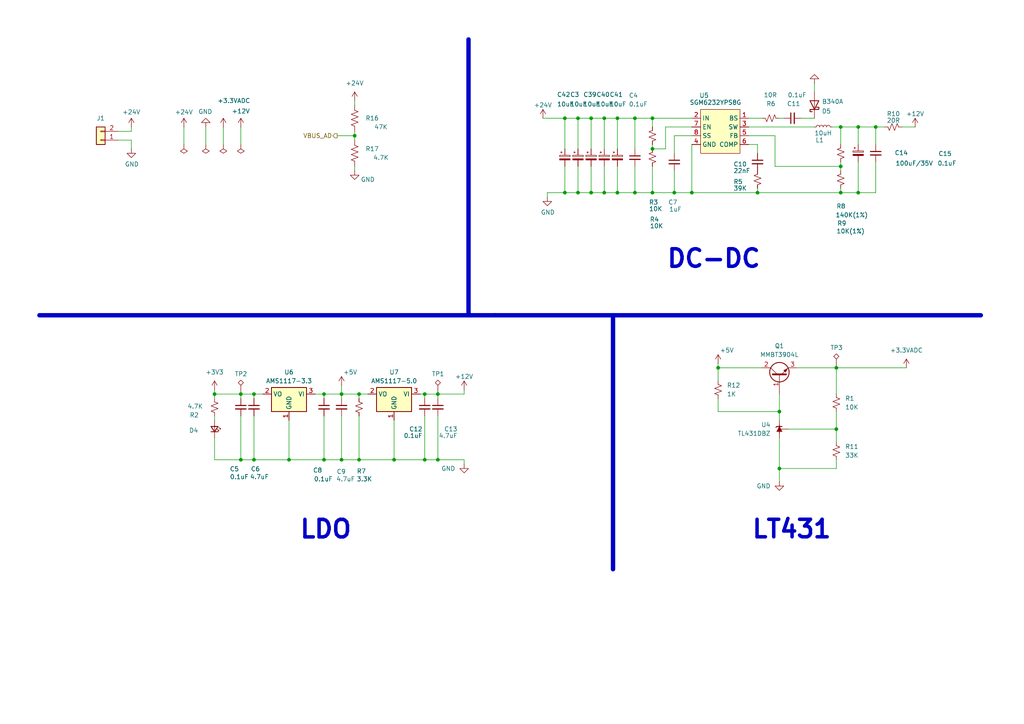
<source format=kicad_sch>
(kicad_sch (version 20231120) (generator "eeschema") (generator_version "8.0")
  (paper "A4")
  (lib_symbols
    (symbol "+12V_1" (power) (pin_numbers hide) (pin_names (offset 0) hide)
      (property "Value" "+12V" (at 0 3.556 0))
      (symbol "+12V_1_0_1"
        (polyline (pts (xy -0.762 1.27) (xy 0 2.54)))
        (polyline (pts (xy 0 0) (xy 0 2.54)))
        (polyline (pts (xy 0 2.54) (xy 0.762 1.27)))
      )
      (symbol "+12V_1_1_1"
        (pin power_in line (at 0 0 90) (length 0) (name "~") (number "1"))
      )
    )
    (symbol "+24V_1" (power) (pin_numbers hide) (pin_names (offset 0) hide)
      (property "Value" "+24V" (at 0 3.556 0))
      (symbol "+24V_1_0_1"
        (polyline (pts (xy -0.762 1.27) (xy 0 2.54)))
        (polyline (pts (xy 0 0) (xy 0 2.54)))
        (polyline (pts (xy 0 2.54) (xy 0.762 1.27)))
      )
      (symbol "+24V_1_1_1"
        (pin power_in line (at 0 0 90) (length 0) (name "~") (number "1"))
      )
    )
    (symbol "+24V_2" (power) (pin_numbers hide) (pin_names (offset 0) hide)
      (property "Value" "+24V" (at 0 3.556 0))
      (symbol "+24V_2_0_1"
        (polyline (pts (xy -0.762 1.27) (xy 0 2.54)))
        (polyline (pts (xy 0 0) (xy 0 2.54)))
        (polyline (pts (xy 0 2.54) (xy 0.762 1.27)))
      )
      (symbol "+24V_2_1_1"
        (pin power_in line (at 0 0 90) (length 0) (name "~") (number "1"))
      )
    )
    (symbol "+5V_1" (power) (pin_numbers hide) (pin_names (offset 0) hide)
      (property "Value" "+5V" (at 0 3.556 0))
      (symbol "+5V_1_0_1"
        (polyline (pts (xy -0.762 1.27) (xy 0 2.54)))
        (polyline (pts (xy 0 0) (xy 0 2.54)))
        (polyline (pts (xy 0 2.54) (xy 0.762 1.27)))
      )
      (symbol "+5V_1_1_1"
        (pin power_in line (at 0 0 90) (length 0) (name "~") (number "1"))
      )
    )
    (symbol "Connector:TestPoint_Alt" (pin_numbers hide) (pin_names (offset 0.762) hide)
      (property "Reference" "TP" (at 0 6.858 0))
      (property "Value" "TestPoint_Alt" (at 0 5.08 0))
      (symbol "TestPoint_Alt_0_1"
        (polyline (pts (xy 0 2.54) (xy -0.762 3.302) (xy 0 4.064) (xy 0.762 3.302) (xy 0 2.54)))
      )
      (symbol "TestPoint_Alt_1_1"
        (pin passive line (at 0 0 90) (length 2.54) (name "1") (number "1"))
      )
    )
    (symbol "Connector_Generic:Conn_01x02" (pin_names (offset 1.016) hide)
      (property "Reference" "J" (at 0 2.54 0))
      (property "Value" "Conn_01x02" (at 0 -5.08 0))
      (symbol "Conn_01x02_1_1"
        (rectangle (start -1.27 -2.413) (end 0 -2.667) (stroke (width 0.1524)))
        (rectangle (start -1.27 0.127) (end 0 -0.127) (stroke (width 0.1524)))
        (rectangle (start -1.27 1.27) (end 1.27 -3.81) (stroke (width 0.254)) (fill (type background)))
        (pin passive line (at -5.08 0 0) (length 3.81) (name "Pin_1") (number "1"))
        (pin passive line (at -5.08 -2.54 0) (length 3.81) (name "Pin_2") (number "2"))
      )
    )
    (symbol "Device:C_Polarized_Small" (pin_numbers hide) (pin_names (offset 0.254) hide)
      (property "Reference" "C" (at 0.254 1.778 0))
      (property "Value" "C_Polarized_Small" (at 0.254 -2.032 0))
      (symbol "C_Polarized_Small_0_1"
        (rectangle (start -1.524 -0.3048) (end 1.524 -0.6858) (fill (type outline)))
        (rectangle (start -1.524 0.6858) (end 1.524 0.3048))
        (polyline (pts (xy -1.27 1.524) (xy -0.762 1.524)))
        (polyline (pts (xy -1.016 1.27) (xy -1.016 1.778)))
      )
      (symbol "C_Polarized_Small_1_1"
        (pin passive line (at 0 2.54 270) (length 1.8542) (name "~") (number "1"))
        (pin passive line (at 0 -2.54 90) (length 1.8542) (name "~") (number "2"))
      )
    )
    (symbol "Device:C_Small" (pin_numbers hide) (pin_names (offset 0.254) hide)
      (property "Reference" "C" (at 0.254 1.778 0))
      (property "Value" "C_Small" (at 0.254 -2.032 0))
      (symbol "C_Small_0_1"
        (polyline (pts (xy -1.524 -0.508) (xy 1.524 -0.508)) (stroke (width 0.3302)))
        (polyline (pts (xy -1.524 0.508) (xy 1.524 0.508)) (stroke (width 0.3048)))
      )
      (symbol "C_Small_1_1"
        (pin passive line (at 0 2.54 270) (length 2.032) (name "~") (number "1"))
        (pin passive line (at 0 -2.54 90) (length 2.032) (name "~") (number "2"))
      )
    )
    (symbol "Device:LED_Small" (pin_numbers hide) (pin_names (offset 0.254) hide)
      (property "Reference" "D" (at -1.27 3.175 0))
      (property "Value" "LED_Small" (at -4.445 -2.54 0))
      (symbol "LED_Small_0_1"
        (polyline (pts (xy -0.762 -1.016) (xy -0.762 1.016)) (stroke (width 0.254)))
        (polyline (pts (xy 1.016 0) (xy -0.762 0)))
        (polyline (pts (xy 0.762 -1.016) (xy -0.762 0) (xy 0.762 1.016) (xy 0.762 -1.016)) (stroke (width 0.254)))
        (polyline (pts (xy 0 0.762) (xy -0.508 1.27) (xy -0.254 1.27) (xy -0.508 1.27) (xy -0.508 1.016)))
        (polyline (pts (xy 0.508 1.27) (xy 0 1.778) (xy 0.254 1.778) (xy 0 1.778) (xy 0 1.524)))
      )
      (symbol "LED_Small_1_1"
        (pin passive line (at -2.54 0 0) (length 1.778) (name "K") (number "1"))
        (pin passive line (at 2.54 0 180) (length 1.778) (name "A") (number "2"))
      )
    )
    (symbol "Device:L_Small" (pin_numbers hide) (pin_names (offset 0.254) hide)
      (property "Reference" "L" (at 0.762 1.016 0))
      (property "Value" "L_Small" (at 0.762 -1.016 0))
      (symbol "L_Small_0_1"
        (arc (start 0 -2.032) (mid 0.5058 -1.524) (end 0 -1.016))
        (arc (start 0 -1.016) (mid 0.5058 -0.508) (end 0 0))
        (arc (start 0 0) (mid 0.5058 0.508) (end 0 1.016))
        (arc (start 0 1.016) (mid 0.5058 1.524) (end 0 2.032))
      )
      (symbol "L_Small_1_1"
        (pin passive line (at 0 2.54 270) (length 0.508) (name "~") (number "1"))
        (pin passive line (at 0 -2.54 90) (length 0.508) (name "~") (number "2"))
      )
    )
    (symbol "Device:Q_NPN_BCE" (pin_names (offset 0) hide)
      (property "Reference" "Q" (at 5.08 1.27 0))
      (property "Value" "Q_NPN_BCE" (at 5.08 -1.27 0))
      (symbol "Q_NPN_BCE_0_1"
        (polyline (pts (xy 0.635 0.635) (xy 2.54 2.54)))
        (polyline (pts (xy 0.635 -0.635) (xy 2.54 -2.54) (xy 2.54 -2.54)))
        (polyline (pts (xy 0.635 1.905) (xy 0.635 -1.905) (xy 0.635 -1.905)) (stroke (width 0.508)))
        (polyline (pts (xy 1.27 -1.778) (xy 1.778 -1.27) (xy 2.286 -2.286) (xy 1.27 -1.778) (xy 1.27 -1.778)) (fill (type outline)))
        (circle (center 1.27 0) (radius 2.8194) (stroke (width 0.254)))
      )
      (symbol "Q_NPN_BCE_1_1"
        (pin input line (at -5.08 0 0) (length 5.715) (name "B") (number "1"))
        (pin passive line (at 2.54 5.08 270) (length 2.54) (name "C") (number "2"))
        (pin passive line (at 2.54 -5.08 90) (length 2.54) (name "E") (number "3"))
      )
    )
    (symbol "Device:R_Small_US" (pin_numbers hide) (pin_names (offset 0.254) hide)
      (property "Reference" "R" (at 0.762 0.508 0))
      (property "Value" "R_Small_US" (at 0.762 -1.016 0))
      (symbol "R_Small_US_1_1"
        (polyline (pts (xy 0 0) (xy 1.016 -0.381) (xy 0 -0.762) (xy -1.016 -1.143) (xy 0 -1.524)))
        (polyline (pts (xy 0 1.524) (xy 1.016 1.143) (xy 0 0.762) (xy -1.016 0.381) (xy 0 0)))
        (pin passive line (at 0 2.54 270) (length 1.016) (name "~") (number "1"))
        (pin passive line (at 0 -2.54 90) (length 1.016) (name "~") (number "2"))
      )
    )
    (symbol "Device:R_US" (pin_numbers hide) (pin_names (offset 0))
      (property "Reference" "R" (at 2.54 0 90))
      (property "Value" "R_US" (at -2.54 0 90))
      (symbol "R_US_0_1"
        (polyline (pts (xy 0 -2.286) (xy 0 -2.54)))
        (polyline (pts (xy 0 2.286) (xy 0 2.54)))
        (polyline (pts (xy 0 -0.762) (xy 1.016 -1.143) (xy 0 -1.524) (xy -1.016 -1.905) (xy 0 -2.286)))
        (polyline (pts (xy 0 0.762) (xy 1.016 0.381) (xy 0 0) (xy -1.016 -0.381) (xy 0 -0.762)))
        (polyline (pts (xy 0 2.286) (xy 1.016 1.905) (xy 0 1.524) (xy -1.016 1.143) (xy 0 0.762)))
      )
      (symbol "R_US_1_1"
        (pin passive line (at 0 3.81 270) (length 1.27) (name "~") (number "1"))
        (pin passive line (at 0 -3.81 90) (length 1.27) (name "~") (number "2"))
      )
    )
    (symbol "Diode:1N6857" (pin_numbers hide) (pin_names (offset 1.016) hide)
      (property "Reference" "D" (at 0 2.54 0))
      (property "Value" "1N6857" (at 0 -2.54 0))
      (symbol "1N6857_0_1"
        (polyline (pts (xy 1.27 0) (xy -1.27 0)))
        (polyline (pts (xy 1.27 1.27) (xy 1.27 -1.27) (xy -1.27 0) (xy 1.27 1.27)) (stroke (width 0.254)))
        (polyline (pts (xy -1.905 0.635) (xy -1.905 1.27) (xy -1.27 1.27) (xy -1.27 -1.27) (xy -0.635 -1.27) (xy -0.635 -0.635)) (stroke (width 0.254)))
      )
      (symbol "1N6857_1_1"
        (pin passive line (at -3.81 0 0) (length 2.54) (name "K") (number "1"))
        (pin passive line (at 3.81 0 180) (length 2.54) (name "A") (number "2"))
      )
    )
    (symbol "GND_1" (power) (pin_numbers hide) (pin_names (offset 0) hide)
      (property "Value" "GND" (at 0 -3.81 0))
      (symbol "GND_1_0_1"
        (polyline (pts (xy 0 0) (xy 0 -1.27) (xy 1.27 -1.27) (xy 0 -2.54) (xy -1.27 -1.27) (xy 0 -1.27)))
      )
      (symbol "GND_1_1_1"
        (pin power_in line (at 0 0 270) (length 0) (name "~") (number "1"))
      )
    )
    (symbol "GND_2" (power) (pin_numbers hide) (pin_names (offset 0) hide)
      (property "Value" "GND" (at 0 -3.81 0))
      (symbol "GND_2_0_1"
        (polyline (pts (xy 0 0) (xy 0 -1.27) (xy 1.27 -1.27) (xy 0 -2.54) (xy -1.27 -1.27) (xy 0 -1.27)))
      )
      (symbol "GND_2_1_1"
        (pin power_in line (at 0 0 270) (length 0) (name "~") (number "1"))
      )
    )
    (symbol "GND_3" (power) (pin_numbers hide) (pin_names (offset 0) hide)
      (property "Value" "GND" (at 0 -3.81 0))
      (symbol "GND_3_0_1"
        (polyline (pts (xy 0 0) (xy 0 -1.27) (xy 1.27 -1.27) (xy 0 -2.54) (xy -1.27 -1.27) (xy 0 -1.27)))
      )
      (symbol "GND_3_1_1"
        (pin power_in line (at 0 0 270) (length 0) (name "~") (number "1"))
      )
    )
    (symbol "GND_4" (power) (pin_numbers hide) (pin_names (offset 0) hide)
      (property "Value" "GND" (at 0 -3.81 0))
      (symbol "GND_4_0_1"
        (polyline (pts (xy 0 0) (xy 0 -1.27) (xy 1.27 -1.27) (xy 0 -2.54) (xy -1.27 -1.27) (xy 0 -1.27)))
      )
      (symbol "GND_4_1_1"
        (pin power_in line (at 0 0 270) (length 0) (name "~") (number "1"))
      )
    )
    (symbol "GND_5" (power) (pin_numbers hide) (pin_names (offset 0) hide)
      (property "Value" "GND" (at 0 -3.81 0))
      (symbol "GND_5_0_1"
        (polyline (pts (xy 0 0) (xy 0 -1.27) (xy 1.27 -1.27) (xy 0 -2.54) (xy -1.27 -1.27) (xy 0 -1.27)))
      )
      (symbol "GND_5_1_1"
        (pin power_in line (at 0 0 270) (length 0) (name "~") (number "1"))
      )
    )
    (symbol "Reference_Voltage:TL431DBZ" (pin_numbers hide) (pin_names hide)
      (property "Reference" "U" (at -2.54 2.54 0))
      (property "Value" "TL431DBZ" (at 0 -2.54 0))
      (symbol "TL431DBZ_0_1"
        (polyline (pts (xy -1.27 0) (xy 0 0) (xy 1.27 0)))
        (polyline (pts (xy -0.762 0.762) (xy 0.762 0) (xy -0.762 -0.762)) (fill (type outline)))
        (polyline (pts (xy 0.508 -1.016) (xy 0.762 -0.762) (xy 0.762 0.762) (xy 0.762 0.762)) (stroke (width 0.254)))
      )
      (symbol "TL431DBZ_1_1"
        (pin passive line (at 2.54 0 180) (length 2.54) (name "K") (number "1"))
        (pin passive line (at 0 2.54 270) (length 2.54) (name "REF") (number "2"))
        (pin passive line (at -2.54 0 0) (length 2.54) (name "A") (number "3"))
      )
    )
    (symbol "Regulator_Linear:AMS1117-3.3"
      (property "Reference" "U" (at -3.81 3.175 0))
      (property "Value" "AMS1117-3.3" (at 0 3.175 0))
      (symbol "AMS1117-3.3_0_1"
        (rectangle (start -5.08 -5.08) (end 5.08 1.905) (stroke (width 0.254)) (fill (type background)))
      )
      (symbol "AMS1117-3.3_1_1"
        (pin power_in line (at 0 -7.62 90) (length 2.54) (name "GND") (number "1"))
        (pin power_out line (at 7.62 0 180) (length 2.54) (name "VO") (number "2"))
        (pin power_in line (at -7.62 0 0) (length 2.54) (name "VI") (number "3"))
      )
    )
    (symbol "Regulator_Linear:AMS1117-5.0"
      (property "Reference" "U" (at -3.81 3.175 0))
      (property "Value" "AMS1117-5.0" (at 0 3.175 0))
      (symbol "AMS1117-5.0_0_1"
        (rectangle (start -5.08 -5.08) (end 5.08 1.905) (stroke (width 0.254)) (fill (type background)))
      )
      (symbol "AMS1117-5.0_1_1"
        (pin power_in line (at 0 -7.62 90) (length 2.54) (name "GND") (number "1"))
        (pin power_out line (at 7.62 0 180) (length 2.54) (name "VO") (number "2"))
        (pin power_in line (at -7.62 0 0) (length 2.54) (name "VI") (number "3"))
      )
    )
    (symbol "User_Power:SGM6232"
      (property "Reference" "U" (at 1.27 1.524 0))
      (symbol "SGM6232_1_1"
        (rectangle (start 0 0) (end 11.43 -12.7) (fill (type background)))
        (pin input line (at 13.97 -2.54 180) (length 2.54) (name "BS") (number "1"))
        (pin input line (at -2.54 -2.54 0) (length 2.54) (name "IN") (number "2"))
        (pin input line (at 13.97 -5.08 180) (length 2.54) (name "SW") (number "3"))
        (pin input line (at -2.54 -10.16 0) (length 2.54) (name "GND") (number "4"))
        (pin input line (at 13.97 -7.62 180) (length 2.54) (name "FB") (number "5"))
        (pin input line (at 13.97 -10.16 180) (length 2.54) (name "COMP") (number "6"))
        (pin input line (at -2.54 -5.08 0) (length 2.54) (name "EN") (number "7"))
        (pin input line (at -2.54 -7.62 0) (length 2.54) (name "SS") (number "8"))
      )
    )
    (symbol "power:+12V" (power) (pin_numbers hide) (pin_names (offset 0) hide)
      (property "Value" "+12V" (at 0 3.556 0))
      (symbol "+12V_0_1"
        (polyline (pts (xy -0.762 1.27) (xy 0 2.54)))
        (polyline (pts (xy 0 0) (xy 0 2.54)))
        (polyline (pts (xy 0 2.54) (xy 0.762 1.27)))
      )
      (symbol "+12V_1_1"
        (pin power_in line (at 0 0 90) (length 0) (name "~") (number "1"))
      )
    )
    (symbol "power:+24V" (power) (pin_numbers hide) (pin_names (offset 0) hide)
      (property "Value" "+24V" (at 0 3.556 0))
      (symbol "+24V_0_1"
        (polyline (pts (xy -0.762 1.27) (xy 0 2.54)))
        (polyline (pts (xy 0 0) (xy 0 2.54)))
        (polyline (pts (xy 0 2.54) (xy 0.762 1.27)))
      )
      (symbol "+24V_1_1"
        (pin power_in line (at 0 0 90) (length 0) (name "~") (number "1"))
      )
    )
    (symbol "power:+3.3V" (power) (pin_numbers hide) (pin_names (offset 0) hide)
      (property "Value" "+3.3V" (at 0 3.556 0))
      (symbol "+3.3V_0_1"
        (polyline (pts (xy -0.762 1.27) (xy 0 2.54)))
        (polyline (pts (xy 0 0) (xy 0 2.54)))
        (polyline (pts (xy 0 2.54) (xy 0.762 1.27)))
      )
      (symbol "+3.3V_1_1"
        (pin power_in line (at 0 0 90) (length 0) (name "~") (number "1"))
      )
    )
    (symbol "power:+3.3VADC" (power) (pin_numbers hide) (pin_names (offset 0) hide)
      (property "Value" "+3.3VADC" (at 0 3.556 0))
      (symbol "+3.3VADC_0_0"
        (pin power_in line (at 0 0 90) (length 0) (name "~") (number "1"))
      )
      (symbol "+3.3VADC_0_1"
        (polyline (pts (xy -0.762 1.27) (xy 0 2.54)))
        (polyline (pts (xy 0 0) (xy 0 2.54)))
        (polyline (pts (xy 0 2.54) (xy 0.762 1.27)))
      )
    )
    (symbol "power:+5V" (power) (pin_numbers hide) (pin_names (offset 0) hide)
      (property "Value" "+5V" (at 0 3.556 0))
      (symbol "+5V_0_1"
        (polyline (pts (xy -0.762 1.27) (xy 0 2.54)))
        (polyline (pts (xy 0 0) (xy 0 2.54)))
        (polyline (pts (xy 0 2.54) (xy 0.762 1.27)))
      )
      (symbol "+5V_1_1"
        (pin power_in line (at 0 0 90) (length 0) (name "~") (number "1"))
      )
    )
    (symbol "power:GND" (power) (pin_numbers hide) (pin_names (offset 0) hide)
      (property "Value" "GND" (at 0 -3.81 0))
      (symbol "GND_0_1"
        (polyline (pts (xy 0 0) (xy 0 -1.27) (xy 1.27 -1.27) (xy 0 -2.54) (xy -1.27 -1.27) (xy 0 -1.27)))
      )
      (symbol "GND_1_1"
        (pin power_in line (at 0 0 270) (length 0) (name "~") (number "1"))
      )
    )
    (symbol "power:PWR_FLAG" (power) (pin_numbers hide) (pin_names (offset 0) hide)
      (property "Value" "PWR_FLAG" (at 0 3.81 0))
      (symbol "PWR_FLAG_0_0"
        (pin power_out line (at 0 0 90) (length 0) (name "~") (number "1"))
      )
      (symbol "PWR_FLAG_0_1"
        (polyline (pts (xy 0 0) (xy 0 1.27) (xy -1.016 1.905) (xy 0 2.54) (xy 1.016 1.905) (xy 0 1.27)))
      )
    )
  )
  (junction (at 104.14 114.3))
  (junction (at 83.82 133.35))
  (junction (at 189.23 43.18))
  (junction (at 242.57 124.46))
  (junction (at 243.84 48.26))
  (junction (at 167.64 34.29))
  (junction (at 243.84 55.88))
  (junction (at 99.06 114.3))
  (junction (at 69.85 114.3))
  (junction (at 248.92 36.83))
  (junction (at 73.66 133.35))
  (junction (at 226.06 119.38))
  (junction (at 127 133.35))
  (junction (at 208.28 106.68))
  (junction (at 179.07 55.88))
  (junction (at 189.23 34.29))
  (junction (at 171.45 55.88))
  (junction (at 99.06 133.35))
  (junction (at 69.85 133.35))
  (junction (at 163.83 34.29))
  (junction (at 243.84 36.83))
  (junction (at 200.66 55.88))
  (junction (at 93.98 114.3))
  (junction (at 114.3 133.35))
  (junction (at 184.15 34.29))
  (junction (at 102.87 39.37))
  (junction (at 123.19 114.3))
  (junction (at 93.98 133.35))
  (junction (at 127 114.3))
  (junction (at 175.26 34.29))
  (junction (at 184.15 55.88))
  (junction (at 219.71 55.88))
  (junction (at 179.07 34.29))
  (junction (at 242.57 106.68))
  (junction (at 73.66 114.3))
  (junction (at 175.26 55.88))
  (junction (at 123.19 133.35))
  (junction (at 171.45 34.29))
  (junction (at 62.23 114.3))
  (junction (at 189.23 55.88))
  (junction (at 248.92 55.88))
  (junction (at 226.06 135.89))
  (junction (at 104.14 133.35))
  (junction (at 163.83 55.88))
  (junction (at 195.58 55.88))
  (junction (at 167.64 55.88))
  (junction (at 254 36.83))
  (wire (pts (xy 254 46.99) (xy 254 55.88)))
  (wire (pts (xy 228.6 124.46) (xy 242.57 124.46)))
  (wire (pts (xy 73.66 114.3) (xy 73.66 115.57)))
  (wire (pts (xy 224.79 48.26) (xy 243.84 48.26)))
  (wire (pts (xy 83.82 121.92) (xy 83.82 133.35)))
  (wire (pts (xy 193.04 36.83) (xy 200.66 36.83)))
  (wire (pts (xy 208.28 106.68) (xy 208.28 110.49)))
  (wire (pts (xy 217.17 34.29) (xy 220.98 34.29)))
  (wire (pts (xy 175.26 34.29) (xy 175.26 43.18)))
  (wire (pts (xy 93.98 114.3) (xy 93.98 115.57)))
  (wire (pts (xy 102.87 39.37) (xy 102.87 40.64)))
  (wire (pts (xy 254 36.83) (xy 256.54 36.83)))
  (wire (pts (xy 59.69 36.83) (xy 59.69 41.91)))
  (wire (pts (xy 62.23 113.03) (xy 62.23 114.3)))
  (wire (pts (xy 243.84 55.88) (xy 248.92 55.88)))
  (wire (pts (xy 64.77 36.83) (xy 64.77 41.91)))
  (wire (pts (xy 69.85 36.83) (xy 69.85 41.91)))
  (wire (pts (xy 99.06 114.3) (xy 99.06 115.57)))
  (wire (pts (xy 224.79 39.37) (xy 224.79 48.26)))
  (polyline (pts (xy 143.51 91.44) (xy 284.48 91.44)) (stroke (width 1.27)))
  (wire (pts (xy 167.64 48.26) (xy 167.64 55.88)))
  (wire (pts (xy 184.15 48.26) (xy 184.15 55.88)))
  (wire (pts (xy 254 36.83) (xy 254 41.91)))
  (wire (pts (xy 243.84 36.83) (xy 248.92 36.83)))
  (wire (pts (xy 62.23 133.35) (xy 62.23 127)))
  (wire (pts (xy 226.06 114.3) (xy 226.06 119.38)))
  (wire (pts (xy 232.41 34.29) (xy 236.22 34.29)))
  (wire (pts (xy 34.29 38.1) (xy 38.1 38.1)))
  (wire (pts (xy 179.07 48.26) (xy 179.07 55.88)))
  (wire (pts (xy 248.92 36.83) (xy 248.92 41.91)))
  (wire (pts (xy 243.84 46.99) (xy 243.84 48.26)))
  (wire (pts (xy 104.14 114.3) (xy 106.68 114.3)))
  (wire (pts (xy 53.34 36.83) (xy 53.34 41.91)))
  (polyline (pts (xy 177.8 91.44) (xy 177.8 165.1)) (stroke (width 1.27)))
  (wire (pts (xy 69.85 114.3) (xy 73.66 114.3)))
  (wire (pts (xy 184.15 55.88) (xy 189.23 55.88)))
  (wire (pts (xy 73.66 120.65) (xy 73.66 133.35)))
  (wire (pts (xy 93.98 133.35) (xy 99.06 133.35)))
  (wire (pts (xy 200.66 41.91) (xy 200.66 55.88)))
  (wire (pts (xy 102.87 38.1) (xy 102.87 39.37)))
  (wire (pts (xy 104.14 133.35) (xy 114.3 133.35)))
  (wire (pts (xy 127 114.3) (xy 134.62 114.3)))
  (wire (pts (xy 158.75 55.88) (xy 163.83 55.88)))
  (wire (pts (xy 208.28 115.57) (xy 208.28 119.38)))
  (wire (pts (xy 134.62 113.03) (xy 134.62 114.3)))
  (wire (pts (xy 62.23 120.65) (xy 62.23 121.92)))
  (wire (pts (xy 189.23 34.29) (xy 189.23 36.83)))
  (wire (pts (xy 195.58 39.37) (xy 195.58 44.45)))
  (wire (pts (xy 127 120.65) (xy 127 133.35)))
  (wire (pts (xy 83.82 133.35) (xy 93.98 133.35)))
  (wire (pts (xy 134.62 133.35) (xy 134.62 134.62)))
  (wire (pts (xy 91.44 114.3) (xy 93.98 114.3)))
  (wire (pts (xy 195.58 49.53) (xy 195.58 55.88)))
  (wire (pts (xy 62.23 114.3) (xy 62.23 115.57)))
  (wire (pts (xy 243.84 48.26) (xy 243.84 49.53)))
  (wire (pts (xy 69.85 114.3) (xy 69.85 115.57)))
  (wire (pts (xy 34.29 40.64) (xy 38.1 40.64)))
  (wire (pts (xy 231.14 106.68) (xy 242.57 106.68)))
  (wire (pts (xy 163.83 48.26) (xy 163.83 55.88)))
  (wire (pts (xy 219.71 54.61) (xy 219.71 55.88)))
  (wire (pts (xy 127 114.3) (xy 127 115.57)))
  (wire (pts (xy 226.06 34.29) (xy 227.33 34.29)))
  (wire (pts (xy 69.85 120.65) (xy 69.85 133.35)))
  (wire (pts (xy 171.45 55.88) (xy 175.26 55.88)))
  (wire (pts (xy 167.64 55.88) (xy 171.45 55.88)))
  (wire (pts (xy 217.17 41.91) (xy 219.71 41.91)))
  (wire (pts (xy 236.22 24.13) (xy 236.22 26.67)))
  (wire (pts (xy 208.28 105.41) (xy 208.28 106.68)))
  (wire (pts (xy 242.57 133.35) (xy 242.57 135.89)))
  (wire (pts (xy 175.26 34.29) (xy 179.07 34.29)))
  (wire (pts (xy 189.23 41.91) (xy 189.23 43.18)))
  (wire (pts (xy 157.48 34.29) (xy 163.83 34.29)))
  (wire (pts (xy 242.57 124.46) (xy 242.57 128.27)))
  (wire (pts (xy 163.83 34.29) (xy 167.64 34.29)))
  (wire (pts (xy 99.06 111.76) (xy 99.06 114.3)))
  (wire (pts (xy 167.64 34.29) (xy 171.45 34.29)))
  (wire (pts (xy 248.92 55.88) (xy 254 55.88)))
  (wire (pts (xy 261.62 36.83) (xy 265.43 36.83)))
  (wire (pts (xy 62.23 133.35) (xy 69.85 133.35)))
  (polyline (pts (xy 11.43 91.44) (xy 143.51 91.44)) (stroke (width 1.27)))
  (wire (pts (xy 134.62 133.35) (xy 127 133.35)))
  (wire (pts (xy 175.26 55.88) (xy 179.07 55.88)))
  (wire (pts (xy 93.98 120.65) (xy 93.98 133.35)))
  (wire (pts (xy 200.66 55.88) (xy 219.71 55.88)))
  (wire (pts (xy 99.06 133.35) (xy 104.14 133.35)))
  (wire (pts (xy 73.66 114.3) (xy 76.2 114.3)))
  (wire (pts (xy 93.98 114.3) (xy 99.06 114.3)))
  (wire (pts (xy 104.14 114.3) (xy 104.14 115.57)))
  (wire (pts (xy 242.57 119.38) (xy 242.57 124.46)))
  (wire (pts (xy 208.28 106.68) (xy 220.98 106.68)))
  (wire (pts (xy 219.71 41.91) (xy 219.71 44.45)))
  (wire (pts (xy 226.06 119.38) (xy 226.06 121.92)))
  (wire (pts (xy 163.83 34.29) (xy 163.83 43.18)))
  (wire (pts (xy 123.19 114.3) (xy 127 114.3)))
  (wire (pts (xy 69.85 133.35) (xy 73.66 133.35)))
  (wire (pts (xy 248.92 46.99) (xy 248.92 55.88)))
  (wire (pts (xy 175.26 48.26) (xy 175.26 55.88)))
  (wire (pts (xy 195.58 55.88) (xy 200.66 55.88)))
  (wire (pts (xy 171.45 48.26) (xy 171.45 55.88)))
  (wire (pts (xy 123.19 120.65) (xy 123.19 133.35)))
  (wire (pts (xy 242.57 106.68) (xy 242.57 114.3)))
  (wire (pts (xy 189.23 55.88) (xy 195.58 55.88)))
  (wire (pts (xy 102.87 29.21) (xy 102.87 30.48)))
  (wire (pts (xy 102.87 48.26) (xy 102.87 49.53)))
  (wire (pts (xy 38.1 36.83) (xy 38.1 38.1)))
  (wire (pts (xy 217.17 36.83) (xy 236.22 36.83)))
  (wire (pts (xy 163.83 55.88) (xy 167.64 55.88)))
  (wire (pts (xy 121.92 114.3) (xy 123.19 114.3)))
  (wire (pts (xy 99.06 114.3) (xy 104.14 114.3)))
  (wire (pts (xy 158.75 55.88) (xy 158.75 57.15)))
  (wire (pts (xy 99.06 120.65) (xy 99.06 133.35)))
  (polyline (pts (xy 135.89 11.43) (xy 135.89 91.44)) (stroke (width 1.27)))
  (wire (pts (xy 219.71 55.88) (xy 243.84 55.88)))
  (wire (pts (xy 127 133.35) (xy 123.19 133.35)))
  (wire (pts (xy 217.17 39.37) (xy 224.79 39.37)))
  (wire (pts (xy 167.64 34.29) (xy 167.64 43.18)))
  (wire (pts (xy 248.92 36.83) (xy 254 36.83)))
  (wire (pts (xy 184.15 34.29) (xy 184.15 43.18)))
  (wire (pts (xy 243.84 36.83) (xy 243.84 41.91)))
  (wire (pts (xy 171.45 34.29) (xy 175.26 34.29)))
  (wire (pts (xy 189.23 48.26) (xy 189.23 55.88)))
  (wire (pts (xy 171.45 34.29) (xy 171.45 43.18)))
  (wire (pts (xy 184.15 34.29) (xy 189.23 34.29)))
  (wire (pts (xy 104.14 120.65) (xy 104.14 133.35)))
  (wire (pts (xy 179.07 34.29) (xy 179.07 43.18)))
  (wire (pts (xy 243.84 54.61) (xy 243.84 55.88)))
  (wire (pts (xy 83.82 133.35) (xy 73.66 133.35)))
  (wire (pts (xy 69.85 114.3) (xy 62.23 114.3)))
  (wire (pts (xy 200.66 39.37) (xy 195.58 39.37)))
  (wire (pts (xy 179.07 55.88) (xy 184.15 55.88)))
  (wire (pts (xy 242.57 106.68) (xy 262.89 106.68)))
  (wire (pts (xy 114.3 121.92) (xy 114.3 133.35)))
  (wire (pts (xy 114.3 133.35) (xy 123.19 133.35)))
  (wire (pts (xy 193.04 43.18) (xy 193.04 36.83)))
  (wire (pts (xy 241.3 36.83) (xy 243.84 36.83)))
  (wire (pts (xy 189.23 43.18) (xy 193.04 43.18)))
  (wire (pts (xy 123.19 114.3) (xy 123.19 115.57)))
  (wire (pts (xy 97.79 39.37) (xy 102.87 39.37)))
  (wire (pts (xy 208.28 119.38) (xy 226.06 119.38)))
  (wire (pts (xy 226.06 127) (xy 226.06 135.89)))
  (wire (pts (xy 242.57 135.89) (xy 226.06 135.89)))
  (wire (pts (xy 38.1 40.64) (xy 38.1 43.18)))
  (wire (pts (xy 179.07 34.29) (xy 184.15 34.29)))
  (wire (pts (xy 189.23 34.29) (xy 200.66 34.29)))
  (wire (pts (xy 226.06 135.89) (xy 226.06 139.7)))
  (text "LT431\n\n" (at 229.616 157.734 0) (effects (font (size 5.08 5.08) (thickness 1.016) (bold yes))))
  (text "DC-DC" (at 207.01 75.184 0) (effects (font (size 5.08 5.08) (thickness 1.016) (bold yes))))
  (text "LDO" (at 94.488 153.67 0) (effects (font (size 5.08 5.08) (thickness 1.016) (bold yes))))
  (hierarchical_label "VBUS_AD" (shape output) (at 97.79 39.37 180))
  (symbol (lib_name "+24V_2") (lib_id "power:+24V") (at 53.34 36.83 0) (unit 1)
    (property "Reference" "#PWR06" (effects (hide yes)))
    (property "Value" "+24V" (at 53.34 32.512 0))
    (property "Description" "Power symbol creates a global label with name \"+24V\"" (effects (hide yes)))
  )
  (symbol (lib_id "Connector_Generic:Conn_01x02") (at 29.21 40.64 180) (unit 1)
    (property "Reference" "J1" (at 29.21 34.29 0))
    (property "Value" "Conn_01x02" (effects (hide yes)))
    (property "Footprint" "Connector_AMASS:AMASS_XT60PW-F_1x02_P7.20mm_Horizontal" (effects (hide yes)))
    (property "Description" "Generic connector, single row, 01x02, script generated (kicad-library-utils/schlib/autogen/connector/)" (effects (hide yes)))
  )
  (symbol (lib_id "Device:C_Polarized_Small") (at 248.92 44.45 0) (unit 1)
    (property "Reference" "C14" (at 259.461 44.323 0) (effects (justify left)))
    (property "Value" "100uF/35V" (at 259.715 47.371 0) (effects (justify left)))
    (property "Footprint" "Capacitor_SMD:C_1206_3216Metric_Pad1.33x1.80mm_HandSolder" (effects (hide yes)))
  )
  (symbol (lib_id "Device:C_Small") (at 195.58 46.99 0) (unit 1)
    (property "Reference" "C7" (at 193.802 58.674 0) (effects (justify left)))
    (property "Value" "1uF" (at 194.056 60.706 0) (effects (justify left)))
    (property "Footprint" "Capacitor_SMD:C_0603_1608Metric" (effects (hide yes)))
  )
  (symbol (lib_name "+12V_1") (lib_id "power:+12V") (at 69.85 36.83 0) (unit 1)
    (property "Reference" "#PWR09" (effects (hide yes)))
    (property "Value" "+12V" (at 69.85 32.258 0))
    (property "Description" "Power symbol creates a global label with name \"+12V\"" (effects (hide yes)))
  )
  (symbol (lib_id "Diode:1N6857") (at 236.22 30.48 90) (unit 1)
    (property "Reference" "D5" (at 241.046 32.258 90) (effects (justify left)))
    (property "Value" "B340A" (at 244.602 29.464 90) (effects (justify left)))
    (property "Footprint" "Diode_SMD:D_SMA" (effects (hide yes)))
    (property "Datasheet" "https://www.microsemi.com/document-portal/doc_download/8865-lds-0040-datasheet" (effects (hide yes)))
  )
  (symbol (lib_name "GND_1") (lib_id "power:GND") (at 134.62 134.62 0) (mirror y) (unit 1)
    (property "Reference" "#PWR011" (effects (hide yes)))
    (property "Value" "GND" (at 132.08 135.8899 0) (effects (justify left)))
    (property "Description" "Power symbol creates a global label with name \"GND\" , ground" (effects (hide yes)))
  )
  (symbol (lib_id "Device:C_Polarized_Small") (at 167.64 45.72 0) (unit 1)
    (property "Reference" "C3" (at 165.354 27.432 0) (effects (justify left)))
    (property "Value" "10uF" (at 165.354 30.226 0) (effects (justify left)))
    (property "Footprint" "Capacitor_SMD:C_1206_3216Metric_Pad1.33x1.80mm_HandSolder" (effects (hide yes)))
  )
  (symbol (lib_id "Device:Q_NPN_BCE") (at 226.06 109.22 90) (unit 1)
    (property "Reference" "Q1" (at 226.06 100.33 90))
    (property "Value" "MMBT3904L" (at 226.06 102.87 90))
    (property "Footprint" "Package_TO_SOT_SMD:SOT-23" (effects (hide yes)))
    (property "Description" "NPN transistor, base/collector/emitter" (effects (hide yes)))
  )
  (symbol (lib_name "GND_5") (lib_id "power:GND") (at 158.75 57.15 0) (unit 1)
    (property "Reference" "#PWR05" (effects (hide yes)))
    (property "Value" "GND" (at 156.845 61.595 0) (effects (justify left)))
    (property "Description" "Power symbol creates a global label with name \"GND\" , ground" (effects (hide yes)))
  )
  (symbol (lib_id "Device:R_US") (at 102.87 44.45 0) (unit 1)
    (property "Reference" "R17" (at 107.95 43.18 0))
    (property "Value" "4.7K" (at 110.49 45.72 0))
    (property "Footprint" "Resistor_SMD:R_0603_1608Metric" (effects (hide yes)))
  )
  (symbol (lib_name "GND_3") (lib_id "power:GND") (at 59.69 36.83 180) (unit 1)
    (property "Reference" "#PWR014" (effects (hide yes)))
    (property "Value" "GND" (at 61.595 32.385 0) (effects (justify left)))
    (property "Description" "Power symbol creates a global label with name \"GND\" , ground" (effects (hide yes)))
  )
  (symbol (lib_id "Device:R_Small_US") (at 243.84 44.45 0) (mirror y) (unit 1)
    (property "Reference" "R8" (at 242.57 59.817 0) (effects (justify right)))
    (property "Value" "140K(1%)" (at 242.316 62.357 0) (effects (justify right)))
    (property "Footprint" "Resistor_SMD:R_0603_1608Metric" (effects (hide yes)))
  )
  (symbol (lib_name "GND_2") (lib_id "power:GND") (at 38.1 43.18 0) (unit 1)
    (property "Reference" "#PWR01" (effects (hide yes)))
    (property "Value" "GND" (at 36.195 47.625 0) (effects (justify left)))
    (property "Description" "Power symbol creates a global label with name \"GND\" , ground" (effects (hide yes)))
  )
  (symbol (lib_id "power:GND") (at 102.87 49.53 0) (unit 1)
    (property "Reference" "#PWR039" (effects (hide yes)))
    (property "Value" "GND" (at 106.68 52.07 0))
    (property "Description" "Power symbol creates a global label with name \"GND\" , ground" (effects (hide yes)))
  )
  (symbol (lib_name "+12V_1") (lib_id "power:+12V") (at 265.43 36.83 0) (unit 1)
    (property "Reference" "#PWR013" (effects (hide yes)))
    (property "Value" "+12V" (at 265.43 33.02 0))
    (property "Description" "Power symbol creates a global label with name \"+12V\"" (effects (hide yes)))
  )
  (symbol (lib_id "power:+5V") (at 208.28 105.41 0) (mirror y) (unit 1)
    (property "Reference" "#PWR019" (effects (hide yes)))
    (property "Value" "+5V" (at 210.82 101.6 0))
    (property "Description" "Power symbol creates a global label with name \"+5V\"" (effects (hide yes)))
  )
  (symbol (lib_id "Reference_Voltage:TL431DBZ") (at 226.06 124.46 270) (mirror x) (unit 1)
    (property "Reference" "U4" (at 223.52 123.1899 90) (effects (justify right)))
    (property "Value" "TL431DBZ" (at 223.52 125.7299 90) (effects (justify right)))
    (property "Footprint" "Package_TO_SOT_SMD:SOT-23" (effects (hide yes)))
    (property "Datasheet" "http://www.ti.com/lit/ds/symlink/tl431.pdf" (effects (hide yes)))
    (property "Description" "Shunt Regulator, SOT-23" (effects (hide yes)))
  )
  (symbol (lib_id "power:GND") (at 226.06 139.7 0) (mirror y) (unit 1)
    (property "Reference" "#PWR07" (effects (hide yes)))
    (property "Value" "GND" (at 223.52 140.9699 0) (effects (justify left)))
    (property "Description" "Power symbol creates a global label with name \"GND\" , ground" (effects (hide yes)))
  )
  (symbol (lib_id "power:PWR_FLAG") (at 69.85 41.91 180) (unit 1)
    (property "Reference" "#FLG03" (effects (hide yes)))
    (property "Value" "PWR_FLAG" (effects (hide yes)))
    (property "Description" "Special symbol for telling ERC where power comes from" (effects (hide yes)))
  )
  (symbol (lib_name "+24V_1") (lib_id "power:+24V") (at 38.1 36.83 0) (unit 1)
    (property "Reference" "#PWR03" (effects (hide yes)))
    (property "Value" "+24V" (at 38.1 32.512 0))
    (property "Description" "Power symbol creates a global label with name \"+24V\"" (effects (hide yes)))
  )
  (symbol (lib_id "power:+3.3VADC") (at 64.77 36.83 0) (unit 1)
    (property "Reference" "#PWR020" (effects (hide yes)))
    (property "Value" "+3.3VADC" (at 67.818 29.21 0))
    (property "Description" "Power symbol creates a global label with name \"+3.3VADC\"" (effects (hide yes)))
  )
  (symbol (lib_id "Device:R_US") (at 102.87 34.29 0) (unit 1)
    (property "Reference" "R16" (at 107.95 34.29 0))
    (property "Value" "47K" (at 110.49 36.83 0))
    (property "Footprint" "Resistor_SMD:R_0603_1608Metric" (effects (hide yes)))
  )
  (symbol (lib_id "Device:C_Polarized_Small") (at 179.07 45.72 0) (unit 1)
    (property "Reference" "C41" (at 176.784 27.432 0) (effects (justify left)))
    (property "Value" "10uF" (at 176.784 30.226 0) (effects (justify left)))
    (property "Footprint" "Capacitor_SMD:C_1206_3216Metric_Pad1.33x1.80mm_HandSolder" (effects (hide yes)))
  )
  (symbol (lib_id "Device:R_Small_US") (at 104.14 118.11 0) (unit 1)
    (property "Reference" "R7" (at 106.172 136.652 0) (effects (justify right)))
    (property "Value" "3.3K" (at 107.95 138.938 0) (effects (justify right)))
    (property "Footprint" "Resistor_SMD:R_0603_1608Metric" (effects (hide yes)))
  )
  (symbol (lib_id "power:+12V") (at 134.62 113.03 0) (unit 1)
    (property "Reference" "#PWR017" (effects (hide yes)))
    (property "Value" "+12V" (at 134.62 109.22 0))
    (property "Description" "Power symbol creates a global label with name \"+12V\"" (effects (hide yes)))
  )
  (symbol (lib_id "Device:R_Small_US") (at 242.57 116.84 0) (unit 1)
    (property "Reference" "R1" (at 245.11 115.5699 0) (effects (justify left)))
    (property "Value" "10K" (at 245.11 118.1099 0) (effects (justify left)))
    (property "Footprint" "Resistor_SMD:R_0603_1608Metric_Pad0.98x0.95mm_HandSolder" (effects (hide yes)))
    (property "Description" "Resistor, small US symbol" (effects (hide yes)))
  )
  (symbol (lib_name "+5V_1") (lib_id "power:+5V") (at 99.06 111.76 0) (mirror y) (unit 1)
    (property "Reference" "#PWR08" (effects (hide yes)))
    (property "Value" "+5V" (at 101.6 107.95 0))
    (property "Description" "Power symbol creates a global label with name \"+5V\"" (effects (hide yes)))
  )
  (symbol (lib_id "power:+24V") (at 102.87 29.21 0) (unit 1)
    (property "Reference" "#PWR038" (effects (hide yes)))
    (property "Value" "+24V" (at 102.87 24.13 0))
    (property "Description" "Power symbol creates a global label with name \"+24V\"" (effects (hide yes)))
  )
  (symbol (lib_id "Connector:TestPoint_Alt") (at 242.57 106.68 0) (unit 1)
    (property "Reference" "TP3" (at 240.792 100.838 0) (effects (justify left)))
    (property "Value" "TestPoint_Alt" (effects (hide yes)))
    (property "Footprint" "TestPoint:TestPoint_Pad_D1.0mm" (effects (hide yes)))
    (property "Description" "test point (alternative shape)" (effects (hide yes)))
  )
  (symbol (lib_id "Regulator_Linear:AMS1117-3.3") (at 83.82 114.3 0) (mirror y) (unit 1)
    (property "Reference" "U6" (at 83.82 107.95 0))
    (property "Value" "AMS1117-3.3" (at 83.82 110.49 0))
    (property "Footprint" "Package_TO_SOT_SMD:SOT-223-3_TabPin2" (effects (hide yes)))
    (property "Datasheet" "http://www.advanced-monolithic.com/pdf/ds1117.pdf" (effects (hide yes)))
    (property "Description" "1A Low Dropout regulator, positive, 3.3V fixed output, SOT-223" (effects (hide yes)))
  )
  (symbol (lib_id "Device:C_Small") (at 123.19 118.11 0) (mirror y) (unit 1)
    (property "Reference" "C12" (at 122.555 124.46 0) (effects (justify left)))
    (property "Value" "0.1uF" (at 122.555 126.365 0) (effects (justify left)))
    (property "Footprint" "Capacitor_SMD:C_0603_1608Metric" (effects (hide yes)))
  )
  (symbol (lib_id "Device:L_Small") (at 238.76 36.83 90) (unit 1)
    (property "Reference" "L1" (at 237.744 40.64 90))
    (property "Value" "10uH" (at 238.76 38.608 90))
    (property "Footprint" "Inductor_SMD:L_Abracon_ASPI-0630LR" (effects (hide yes)))
  )
  (symbol (lib_id "Device:C_Small") (at 229.87 34.29 90) (unit 1)
    (property "Reference" "C11" (at 232.156 30.099 90) (effects (justify left)))
    (property "Value" "0.1uF" (at 233.934 27.559 90) (effects (justify left)))
    (property "Footprint" "Capacitor_SMD:C_0603_1608Metric" (effects (hide yes)))
  )
  (symbol (lib_id "Device:C_Small") (at 73.66 118.11 0) (mirror y) (unit 1)
    (property "Reference" "C6" (at 75.438 136.017 0) (effects (justify left)))
    (property "Value" "4.7uF" (at 77.978 138.303 0) (effects (justify left)))
    (property "Footprint" "Capacitor_SMD:C_0805_2012Metric" (effects (hide yes)))
  )
  (symbol (lib_id "Device:R_Small_US") (at 189.23 39.37 0) (mirror y) (unit 1)
    (property "Reference" "R3" (at 188.214 58.674 0) (effects (justify right)))
    (property "Value" "10K" (at 188.214 60.579 0) (effects (justify right)))
    (property "Footprint" "Resistor_SMD:R_0603_1608Metric" (effects (hide yes)))
  )
  (symbol (lib_id "Device:C_Small") (at 219.71 46.99 0) (unit 1)
    (property "Reference" "C10" (at 212.725 47.625 0) (effects (justify left)))
    (property "Value" "22nF" (at 212.725 49.53 0) (effects (justify left)))
    (property "Footprint" "Capacitor_SMD:C_0603_1608Metric" (effects (hide yes)))
  )
  (symbol (lib_id "Device:R_Small_US") (at 243.84 52.07 0) (mirror y) (unit 1)
    (property "Reference" "R9" (at 242.824 64.77 0) (effects (justify right)))
    (property "Value" "10K(1%)" (at 242.57 67.056 0) (effects (justify right)))
    (property "Footprint" "Resistor_SMD:R_0603_1608Metric" (effects (hide yes)))
  )
  (symbol (lib_id "Device:C_Small") (at 127 118.11 0) (mirror y) (unit 1)
    (property "Reference" "C13" (at 132.715 124.46 0) (effects (justify left)))
    (property "Value" "4.7uF" (at 132.715 126.365 0) (effects (justify left)))
    (property "Footprint" "Capacitor_SMD:C_0805_2012Metric" (effects (hide yes)))
  )
  (symbol (lib_id "User_Power:SGM6232") (at 203.2 31.75 0) (unit 1)
    (property "Reference" "U5" (at 204.216 27.686 0))
    (property "Value" "SGM6232YPS8G" (at 207.518 29.718 0))
    (property "Footprint" "Package_SO:SOIC-8_3.9x4.9mm_P1.27mm" (effects (hide yes)))
  )
  (symbol (lib_id "Device:R_Small_US") (at 219.71 52.07 0) (mirror y) (unit 1)
    (property "Reference" "R5" (at 212.725 52.705 0) (effects (justify right)))
    (property "Value" "39K" (at 212.725 54.61 0) (effects (justify right)))
    (property "Footprint" "Resistor_SMD:R_0603_1608Metric" (effects (hide yes)))
  )
  (symbol (lib_id "Connector:TestPoint_Alt") (at 69.85 114.3 0) (unit 1)
    (property "Reference" "TP2" (at 68.072 108.458 0) (effects (justify left)))
    (property "Value" "TestPoint_Alt" (effects (hide yes)))
    (property "Footprint" "TestPoint:TestPoint_Pad_D1.0mm" (effects (hide yes)))
    (property "Description" "test point (alternative shape)" (effects (hide yes)))
  )
  (symbol (lib_id "power:PWR_FLAG") (at 64.77 41.91 180) (unit 1)
    (property "Reference" "#FLG05" (effects (hide yes)))
    (property "Value" "PWR_FLAG" (effects (hide yes)))
    (property "Description" "Special symbol for telling ERC where power comes from" (effects (hide yes)))
  )
  (symbol (lib_id "Device:C_Small") (at 254 44.45 0) (unit 1)
    (property "Reference" "C15" (at 272.161 44.577 0) (effects (justify left)))
    (property "Value" "0.1uF" (at 271.907 47.371 0) (effects (justify left)))
    (property "Footprint" "Capacitor_SMD:C_0603_1608Metric" (effects (hide yes)))
  )
  (symbol (lib_id "Device:C_Small") (at 93.98 118.11 0) (mirror y) (unit 1)
    (property "Reference" "C8" (at 93.472 136.398 0) (effects (justify left)))
    (property "Value" "0.1uF" (at 96.52 138.938 0) (effects (justify left)))
    (property "Footprint" "Capacitor_SMD:C_0603_1608Metric" (effects (hide yes)))
  )
  (symbol (lib_id "Device:R_Small_US") (at 259.08 36.83 90) (mirror x) (unit 1)
    (property "Reference" "R10" (at 257.175 33.02 90) (effects (justify right)))
    (property "Value" "20R" (at 257.175 34.925 90) (effects (justify right)))
    (property "Footprint" "Resistor_SMD:R_0603_1608Metric" (effects (hide yes)))
  )
  (symbol (lib_id "Device:R_Small_US") (at 208.28 113.03 0) (unit 1)
    (property "Reference" "R12" (at 210.82 111.7599 0) (effects (justify left)))
    (property "Value" "1K" (at 210.82 114.2999 0) (effects (justify left)))
    (property "Footprint" "Resistor_SMD:R_0603_1608Metric_Pad0.98x0.95mm_HandSolder" (effects (hide yes)))
    (property "Description" "Resistor, small US symbol" (effects (hide yes)))
  )
  (symbol (lib_id "Device:R_Small_US") (at 189.23 45.72 0) (mirror y) (unit 1)
    (property "Reference" "R4" (at 188.468 63.627 0) (effects (justify right)))
    (property "Value" "10K" (at 188.468 65.532 0) (effects (justify right)))
    (property "Footprint" "Resistor_SMD:R_0603_1608Metric" (effects (hide yes)))
  )
  (symbol (lib_id "power:+24V") (at 157.48 34.29 0) (unit 1)
    (property "Reference" "#PWR02" (effects (hide yes)))
    (property "Value" "+24V" (at 157.48 30.48 0))
    (property "Description" "Power symbol creates a global label with name \"+24V\"" (effects (hide yes)))
  )
  (symbol (lib_name "GND_4") (lib_id "power:GND") (at 236.22 24.13 180) (unit 1)
    (property "Reference" "#PWR010" (effects (hide yes)))
    (property "Value" "GND" (effects (hide yes)))
    (property "Description" "Power symbol creates a global label with name \"GND\" , ground" (effects (hide yes)))
  )
  (symbol (lib_id "power:PWR_FLAG") (at 53.34 41.91 180) (unit 1)
    (property "Reference" "#FLG01" (effects (hide yes)))
    (property "Value" "PWR_FLAG" (effects (hide yes)))
    (property "Description" "Special symbol for telling ERC where power comes from" (effects (hide yes)))
  )
  (symbol (lib_id "Device:C_Polarized_Small") (at 171.45 45.72 0) (unit 1)
    (property "Reference" "C39" (at 169.164 27.432 0) (effects (justify left)))
    (property "Value" "10uF" (at 169.164 30.226 0) (effects (justify left)))
    (property "Footprint" "Capacitor_SMD:C_1206_3216Metric_Pad1.33x1.80mm_HandSolder" (effects (hide yes)))
  )
  (symbol (lib_id "Device:R_Small_US") (at 223.52 34.29 90) (mirror x) (unit 1)
    (property "Reference" "R6" (at 222.25 30.099 90) (effects (justify right)))
    (property "Value" "10R" (at 221.488 27.559 90) (effects (justify right)))
    (property "Footprint" "Resistor_SMD:R_0603_1608Metric" (effects (hide yes)))
  )
  (symbol (lib_id "power:+3.3V") (at 62.23 113.03 0) (mirror y) (unit 1)
    (property "Reference" "#PWR04" (effects (hide yes)))
    (property "Value" "+3V3" (at 62.23 107.95 0))
    (property "Description" "Power symbol creates a global label with name \"+3.3V\"" (effects (hide yes)))
  )
  (symbol (lib_id "Device:R_Small_US") (at 242.57 130.81 0) (unit 1)
    (property "Reference" "R11" (at 245.11 129.5399 0) (effects (justify left)))
    (property "Value" "33K" (at 245.11 132.0799 0) (effects (justify left)))
    (property "Footprint" "Resistor_SMD:R_0603_1608Metric_Pad0.98x0.95mm_HandSolder" (effects (hide yes)))
    (property "Description" "Resistor, small US symbol" (effects (hide yes)))
  )
  (symbol (lib_id "Connector:TestPoint_Alt") (at 127 114.3 0) (unit 1)
    (property "Reference" "TP1" (at 125.222 108.458 0) (effects (justify left)))
    (property "Value" "TestPoint_Alt" (effects (hide yes)))
    (property "Footprint" "TestPoint:TestPoint_Pad_D1.0mm" (effects (hide yes)))
    (property "Description" "test point (alternative shape)" (effects (hide yes)))
  )
  (symbol (lib_id "Device:C_Small") (at 69.85 118.11 0) (mirror y) (unit 1)
    (property "Reference" "C5" (at 69.342 136.017 0) (effects (justify left)))
    (property "Value" "0.1uF" (at 72.136 138.303 0) (effects (justify left)))
    (property "Footprint" "Capacitor_SMD:C_0603_1608Metric" (effects (hide yes)))
  )
  (symbol (lib_id "Regulator_Linear:AMS1117-5.0") (at 114.3 114.3 0) (mirror y) (unit 1)
    (property "Reference" "U7" (at 114.3 107.95 0))
    (property "Value" "AMS1117-5.0" (at 114.3 110.49 0))
    (property "Footprint" "Package_TO_SOT_SMD:SOT-223-3_TabPin2" (effects (hide yes)))
    (property "Datasheet" "http://www.advanced-monolithic.com/pdf/ds1117.pdf" (effects (hide yes)))
    (property "Description" "1A Low Dropout regulator, positive, 5.0V fixed output, SOT-223" (effects (hide yes)))
  )
  (symbol (lib_id "Device:LED_Small") (at 62.23 124.46 270) (mirror x) (unit 1)
    (property "Reference" "D4" (at 57.531 124.841 90) (effects (justify right)))
    (property "Value" "LED_Red" (effects (hide yes)))
    (property "Footprint" "Diode_SMD:D_0603_1608Metric_Pad1.05x0.95mm_HandSolder" (effects (hide yes)))
  )
  (symbol (lib_id "Device:C_Small") (at 99.06 118.11 0) (mirror y) (unit 1)
    (property "Reference" "C9" (at 100.33 136.779 0) (effects (justify left)))
    (property "Value" "4.7uF" (at 102.997 138.938 0) (effects (justify left)))
    (property "Footprint" "Capacitor_SMD:C_0805_2012Metric" (effects (hide yes)))
  )
  (symbol (lib_id "Device:C_Polarized_Small") (at 163.83 45.72 0) (unit 1)
    (property "Reference" "C42" (at 161.544 27.432 0) (effects (justify left)))
    (property "Value" "10uF" (at 161.544 30.226 0) (effects (justify left)))
    (property "Footprint" "Capacitor_SMD:C_1206_3216Metric_Pad1.33x1.80mm_HandSolder" (effects (hide yes)))
  )
  (symbol (lib_id "Device:C_Small") (at 184.15 45.72 0) (unit 1)
    (property "Reference" "C4" (at 182.372 27.686 0) (effects (justify left)))
    (property "Value" "0.1uF" (at 182.372 30.226 0) (effects (justify left)))
    (property "Footprint" "Capacitor_SMD:C_0603_1608Metric" (effects (hide yes)))
  )
  (symbol (lib_id "Device:C_Polarized_Small") (at 175.26 45.72 0) (unit 1)
    (property "Reference" "C40" (at 172.974 27.432 0) (effects (justify left)))
    (property "Value" "10uF" (at 172.974 30.226 0) (effects (justify left)))
    (property "Footprint" "Capacitor_SMD:C_1206_3216Metric_Pad1.33x1.80mm_HandSolder" (effects (hide yes)))
  )
  (symbol (lib_id "Device:R_Small_US") (at 62.23 118.11 180) (unit 1)
    (property "Reference" "R2" (at 54.991 120.396 0) (effects (justify right)))
    (property "Value" "4.7K" (at 54.356 117.856 0) (effects (justify right)))
    (property "Footprint" "Resistor_SMD:R_0603_1608Metric" (effects (hide yes)))
  )
  (symbol (lib_id "power:+3.3VADC") (at 262.89 106.68 0) (unit 1)
    (property "Reference" "#PWR018" (effects (hide yes)))
    (property "Value" "+3.3VADC" (at 262.89 101.6 0))
    (property "Description" "Power symbol creates a global label with name \"+3.3VADC\"" (effects (hide yes)))
  )
  (symbol (lib_id "power:PWR_FLAG") (at 59.69 41.91 180) (unit 1)
    (property "Reference" "#FLG02" (effects (hide yes)))
    (property "Value" "PWR_FLAG" (effects (hide yes)))
    (property "Description" "Special symbol for telling ERC where power comes from" (effects (hide yes)))
  )
)
</source>
